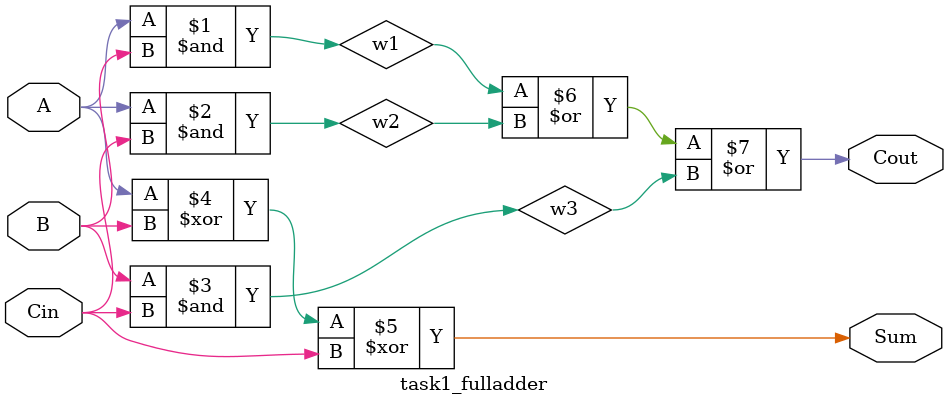
<source format=v>
`timescale 1ns / 1ps


module task1_fulladder(A,B,Cin,Cout,Sum);
    input A,B,Cin;
    output Cout,Sum;
    
    wire w1,w2,w3;
    
    and and1(w1,A,B);
    and and2(w2,A,Cin);
    and and3(w3,B,Cin);
    xor xor1(Sum,A,B,Cin);
    or or1(Cout,w1,w2,w3);
    
endmodule

</source>
